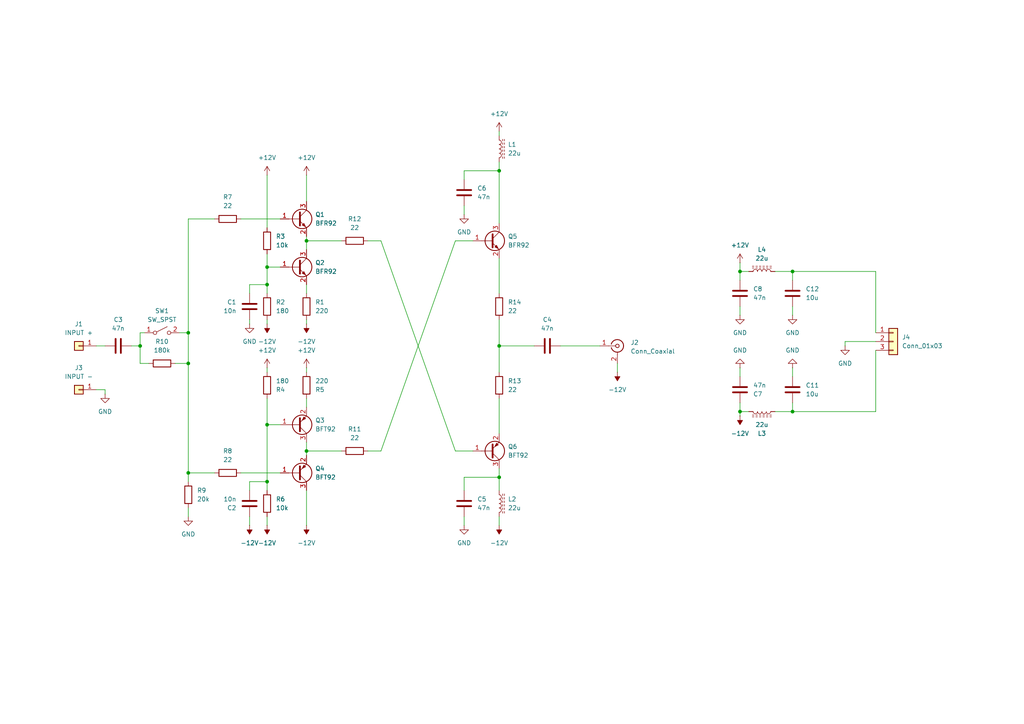
<source format=kicad_sch>
(kicad_sch (version 20250114) (generator "eeschema") (generator_version "9.0")
  (paper "A4")
  (lib_symbols
    (symbol "Connector:Conn_Coaxial" (pin_names (offset 1.016) (hide yes))
      (property "Reference" "J" (at 0.254 3.048 0))
      (property "Value" "Conn_Coaxial" (at 2.921 0 90))
      (symbol "Conn_Coaxial_0_1"
        (polyline (pts (xy -2.54 0) (xy -0.508 0)))
        (arc (start 1.778 0) (mid 0.222 -1.8079) (end -1.778 -0.508) (stroke (width 0.254)))
        (arc (start -1.778 0.508) (mid 0.2221 1.8084) (end 1.778 0) (stroke (width 0.254)))
        (circle (center 0 0) (radius 0.508) (stroke (width 0.2032)))
        (polyline (pts (xy 0 -2.54) (xy 0 -1.778)))
      )
      (symbol "Conn_Coaxial_1_1"
        (pin passive line (at -5.08 0 0) (length 2.54) (name "In") (number "1"))
        (pin passive line (at 0 -5.08 90) (length 2.54) (name "Ext") (number "2"))
      )
    )
    (symbol "Connector_Generic:Conn_01x01" (pin_names (offset 1.016) (hide yes))
      (property "Reference" "J" (at 0 2.54 0))
      (property "Value" "Conn_01x01" (at 0 -2.54 0))
      (symbol "Conn_01x01_1_1"
        (rectangle (start -1.27 1.27) (end 1.27 -1.27) (stroke (width 0.254)) (fill (type background)))
        (rectangle (start -1.27 0.127) (end 0 -0.127) (stroke (width 0.1524)))
        (pin passive line (at -5.08 0 0) (length 3.81) (name "Pin_1") (number "1"))
      )
    )
    (symbol "Connector_Generic:Conn_01x03" (pin_names (offset 1.016) (hide yes))
      (property "Reference" "J" (at 0 5.08 0))
      (property "Value" "Conn_01x03" (at 0 -5.08 0))
      (symbol "Conn_01x03_1_1"
        (rectangle (start -1.27 3.81) (end 1.27 -3.81) (stroke (width 0.254)) (fill (type background)))
        (rectangle (start -1.27 2.667) (end 0 2.413) (stroke (width 0.1524)))
        (rectangle (start -1.27 0.127) (end 0 -0.127) (stroke (width 0.1524)))
        (rectangle (start -1.27 -2.413) (end 0 -2.667) (stroke (width 0.1524)))
        (pin passive line (at -5.08 2.54 0) (length 3.81) (name "Pin_1") (number "1"))
        (pin passive line (at -5.08 0 0) (length 3.81) (name "Pin_2") (number "2"))
        (pin passive line (at -5.08 -2.54 0) (length 3.81) (name "Pin_3") (number "3"))
      )
    )
    (symbol "Device:C" (pin_numbers (hide yes)) (pin_names (offset 0.254))
      (property "Reference" "C" (at 0.635 2.54 0))
      (property "Value" "C" (at 0.635 -2.54 0))
      (symbol "C_0_1"
        (polyline (pts (xy -2.032 0.762) (xy 2.032 0.762)) (stroke (width 0.508)))
        (polyline (pts (xy -2.032 -0.762) (xy 2.032 -0.762)) (stroke (width 0.508)))
      )
      (symbol "C_1_1"
        (pin passive line (at 0 3.81 270) (length 2.794) (name "~") (number "1"))
        (pin passive line (at 0 -3.81 90) (length 2.794) (name "~") (number "2"))
      )
    )
    (symbol "Device:L_Ferrite" (pin_numbers (hide yes)) (pin_names (offset 1.016) (hide yes))
      (property "Reference" "L" (at -1.27 0 90))
      (property "Value" "L_Ferrite" (at 2.794 0 90))
      (symbol "L_Ferrite_0_1"
        (arc (start 0 2.54) (mid 0.6323 1.905) (end 0 1.27))
        (arc (start 0 1.27) (mid 0.6323 0.635) (end 0 0))
        (arc (start 0 0) (mid 0.6323 -0.635) (end 0 -1.27))
        (arc (start 0 -1.27) (mid 0.6323 -1.905) (end 0 -2.54))
        (polyline (pts (xy 1.016 2.286) (xy 1.016 2.794)))
        (polyline (pts (xy 1.016 1.27) (xy 1.016 1.778)))
        (polyline (pts (xy 1.016 0.254) (xy 1.016 0.762)))
        (polyline (pts (xy 1.016 -0.762) (xy 1.016 -0.254)))
        (polyline (pts (xy 1.016 -1.778) (xy 1.016 -1.27)))
        (polyline (pts (xy 1.016 -2.794) (xy 1.016 -2.286)))
        (polyline (pts (xy 1.524 2.794) (xy 1.524 2.286)))
        (polyline (pts (xy 1.524 1.778) (xy 1.524 1.27)))
        (polyline (pts (xy 1.524 0.762) (xy 1.524 0.254)))
        (polyline (pts (xy 1.524 -0.254) (xy 1.524 -0.762)))
        (polyline (pts (xy 1.524 -1.27) (xy 1.524 -1.778)))
        (polyline (pts (xy 1.524 -2.286) (xy 1.524 -2.794)))
      )
      (symbol "L_Ferrite_1_1"
        (pin passive line (at 0 3.81 270) (length 1.27) (name "1") (number "1"))
        (pin passive line (at 0 -3.81 90) (length 1.27) (name "2") (number "2"))
      )
    )
    (symbol "Device:R" (pin_numbers (hide yes)) (pin_names (offset 0))
      (property "Reference" "R" (at 2.032 0 90))
      (property "Value" "R" (at 0 0 90))
      (symbol "R_0_1"
        (rectangle (start -1.016 -2.54) (end 1.016 2.54) (stroke (width 0.254)))
      )
      (symbol "R_1_1"
        (pin passive line (at 0 3.81 270) (length 1.27) (name "~") (number "1"))
        (pin passive line (at 0 -3.81 90) (length 1.27) (name "~") (number "2"))
      )
    )
    (symbol "Switch:SW_SPST" (pin_names (offset 0) (hide yes))
      (property "Reference" "SW" (at 0 3.175 0))
      (property "Value" "SW_SPST" (at 0 -2.54 0))
      (symbol "SW_SPST_0_0"
        (circle (center -2.032 0) (radius 0.508))
        (polyline (pts (xy -1.524 0.254) (xy 1.524 1.778)))
        (circle (center 2.032 0) (radius 0.508))
      )
      (symbol "SW_SPST_1_1"
        (pin passive line (at -5.08 0 0) (length 2.54) (name "A") (number "1"))
        (pin passive line (at 5.08 0 180) (length 2.54) (name "B") (number "2"))
      )
    )
    (symbol "Transistor_BJT:BFR92" (pin_names (offset 0) (hide yes))
      (property "Reference" "Q" (at 5.08 1.905 0))
      (property "Value" "BFR92" (at 5.08 0 0))
      (symbol "BFR92_0_1"
        (polyline (pts (xy -2.54 0) (xy 0.635 0)))
        (polyline (pts (xy 0.635 1.905) (xy 0.635 -1.905)) (stroke (width 0.508)))
        (circle (center 1.27 0) (radius 2.8194) (stroke (width 0.254)))
      )
      (symbol "BFR92_1_1"
        (polyline (pts (xy 0.635 0.635) (xy 2.54 2.54)))
        (polyline (pts (xy 0.635 -0.635) (xy 2.54 -2.54)))
        (polyline (pts (xy 1.27 -1.778) (xy 1.778 -1.27) (xy 2.286 -2.286) (xy 1.27 -1.778)) (fill (type outline)))
        (pin input line (at -5.08 0 0) (length 2.54) (name "B") (number "1"))
        (pin passive line (at 2.54 5.08 270) (length 2.54) (name "C") (number "3"))
        (pin passive line (at 2.54 -5.08 90) (length 2.54) (name "E") (number "2"))
      )
    )
    (symbol "Transistor_BJT:BFT92" (pin_names (offset 0) (hide yes))
      (property "Reference" "Q" (at 5.08 1.905 0))
      (property "Value" "BFT92" (at 5.08 0 0))
      (symbol "BFT92_0_1"
        (polyline (pts (xy -2.54 0) (xy 0.635 0)))
        (polyline (pts (xy 0.635 1.905) (xy 0.635 -1.905)) (stroke (width 0.508)))
        (polyline (pts (xy 0.635 0.635) (xy 2.54 2.54)))
        (polyline (pts (xy 0.635 -0.635) (xy 2.54 -2.54)))
        (circle (center 1.27 0) (radius 2.8194) (stroke (width 0.254)))
        (polyline (pts (xy 2.286 -1.778) (xy 1.778 -2.286) (xy 1.27 -1.27) (xy 2.286 -1.778)) (fill (type outline)))
      )
      (symbol "BFT92_1_1"
        (pin input line (at -5.08 0 0) (length 2.54) (name "B") (number "1"))
        (pin passive line (at 2.54 5.08 270) (length 2.54) (name "C") (number "3"))
        (pin passive line (at 2.54 -5.08 90) (length 2.54) (name "E") (number "2"))
      )
    )
    (symbol "power:+12V" (power) (pin_numbers (hide yes)) (pin_names (offset 0) (hide yes))
      (property "Value" "+12V" (at 0 3.556 0))
      (symbol "+12V_0_1"
        (polyline (pts (xy -0.762 1.27) (xy 0 2.54)))
        (polyline (pts (xy 0 2.54) (xy 0.762 1.27)))
        (polyline (pts (xy 0 0) (xy 0 2.54)))
      )
      (symbol "+12V_1_1"
        (pin power_in line (at 0 0 90) (length 0) (name "~") (number "1"))
      )
    )
    (symbol "power:-12V" (power) (pin_numbers (hide yes)) (pin_names (offset 0) (hide yes))
      (property "Value" "-12V" (at 0 3.556 0))
      (symbol "-12V_0_0"
        (pin power_in line (at 0 0 90) (length 0) (name "~") (number "1"))
      )
      (symbol "-12V_0_1"
        (polyline (pts (xy 0 0) (xy 0 1.27) (xy 0.762 1.27) (xy 0 2.54) (xy -0.762 1.27) (xy 0 1.27)) (fill (type outline)))
      )
    )
    (symbol "power:GND" (power) (pin_numbers (hide yes)) (pin_names (offset 0) (hide yes))
      (property "Value" "GND" (at 0 -3.81 0))
      (symbol "GND_0_1"
        (polyline (pts (xy 0 0) (xy 0 -1.27) (xy 1.27 -1.27) (xy 0 -2.54) (xy -1.27 -1.27) (xy 0 -1.27)))
      )
      (symbol "GND_1_1"
        (pin power_in line (at 0 0 270) (length 0) (name "~") (number "1"))
      )
    )
  )
  (junction (at 214.63 78.74))
  (junction (at 77.47 139.7))
  (junction (at 54.61 96.52))
  (junction (at 214.63 119.38))
  (junction (at 40.64 100.33))
  (junction (at 229.87 78.74))
  (junction (at 77.47 77.47))
  (junction (at 77.47 123.19))
  (junction (at 54.61 137.16))
  (junction (at 229.87 119.38))
  (junction (at 88.9 69.85))
  (junction (at 144.78 49.53))
  (junction (at 54.61 105.41))
  (junction (at 77.47 82.55))
  (junction (at 144.78 138.43))
  (junction (at 88.9 130.81))
  (junction (at 144.78 100.33))
  (wire (pts (xy 77.47 149.86) (xy 77.47 152.4)))
  (wire (pts (xy 54.61 96.52) (xy 54.61 105.41)))
  (wire (pts (xy 245.11 99.06) (xy 254 99.06)))
  (wire (pts (xy 40.64 105.41) (xy 43.18 105.41)))
  (wire (pts (xy 134.62 142.24) (xy 134.62 138.43)))
  (wire (pts (xy 224.79 78.74) (xy 229.87 78.74)))
  (wire (pts (xy 254 101.6) (xy 254 119.38)))
  (wire (pts (xy 154.94 100.33) (xy 144.78 100.33)))
  (wire (pts (xy 214.63 76.2) (xy 214.63 78.74)))
  (wire (pts (xy 144.78 138.43) (xy 144.78 135.89)))
  (wire (pts (xy 52.07 96.52) (xy 54.61 96.52)))
  (wire (pts (xy 54.61 63.5) (xy 54.61 96.52)))
  (wire (pts (xy 77.47 77.47) (xy 81.28 77.47)))
  (wire (pts (xy 134.62 62.23) (xy 134.62 59.69)))
  (wire (pts (xy 88.9 107.95) (xy 88.9 106.68)))
  (wire (pts (xy 144.78 38.1) (xy 144.78 39.37)))
  (wire (pts (xy 214.63 120.65) (xy 214.63 119.38)))
  (wire (pts (xy 214.63 91.44) (xy 214.63 88.9)))
  (wire (pts (xy 88.9 92.71) (xy 88.9 93.98)))
  (wire (pts (xy 72.39 149.86) (xy 72.39 152.4)))
  (wire (pts (xy 27.94 100.33) (xy 30.48 100.33)))
  (wire (pts (xy 88.9 68.58) (xy 88.9 69.85)))
  (wire (pts (xy 137.16 130.81) (xy 132.08 130.81)))
  (wire (pts (xy 144.78 152.4) (xy 144.78 149.86)))
  (wire (pts (xy 77.47 123.19) (xy 77.47 139.7)))
  (wire (pts (xy 88.9 118.11) (xy 88.9 115.57)))
  (wire (pts (xy 72.39 139.7) (xy 77.47 139.7)))
  (wire (pts (xy 77.47 115.57) (xy 77.47 123.19)))
  (wire (pts (xy 62.23 63.5) (xy 54.61 63.5)))
  (wire (pts (xy 134.62 138.43) (xy 144.78 138.43)))
  (wire (pts (xy 54.61 137.16) (xy 54.61 139.7)))
  (wire (pts (xy 229.87 78.74) (xy 254 78.74)))
  (wire (pts (xy 132.08 69.85) (xy 137.16 69.85)))
  (wire (pts (xy 88.9 82.55) (xy 88.9 85.09)))
  (wire (pts (xy 77.47 123.19) (xy 81.28 123.19)))
  (wire (pts (xy 72.39 82.55) (xy 72.39 85.09)))
  (wire (pts (xy 162.56 100.33) (xy 173.99 100.33)))
  (wire (pts (xy 144.78 49.53) (xy 144.78 64.77)))
  (wire (pts (xy 88.9 142.24) (xy 88.9 152.4)))
  (wire (pts (xy 72.39 82.55) (xy 77.47 82.55)))
  (wire (pts (xy 54.61 137.16) (xy 62.23 137.16)))
  (wire (pts (xy 229.87 119.38) (xy 254 119.38)))
  (wire (pts (xy 229.87 78.74) (xy 229.87 81.28)))
  (wire (pts (xy 214.63 106.68) (xy 214.63 109.22)))
  (wire (pts (xy 40.64 100.33) (xy 40.64 105.41)))
  (wire (pts (xy 229.87 116.84) (xy 229.87 119.38)))
  (wire (pts (xy 40.64 96.52) (xy 40.64 100.33)))
  (wire (pts (xy 69.85 137.16) (xy 81.28 137.16)))
  (wire (pts (xy 54.61 147.32) (xy 54.61 149.86)))
  (wire (pts (xy 214.63 78.74) (xy 217.17 78.74)))
  (wire (pts (xy 144.78 115.57) (xy 144.78 125.73)))
  (wire (pts (xy 27.94 113.03) (xy 30.48 113.03)))
  (wire (pts (xy 77.47 77.47) (xy 77.47 82.55)))
  (wire (pts (xy 134.62 52.07) (xy 134.62 49.53)))
  (wire (pts (xy 134.62 152.4) (xy 134.62 149.86)))
  (wire (pts (xy 229.87 106.68) (xy 229.87 109.22)))
  (wire (pts (xy 30.48 113.03) (xy 30.48 114.3)))
  (wire (pts (xy 88.9 130.81) (xy 88.9 132.08)))
  (wire (pts (xy 144.78 100.33) (xy 144.78 107.95)))
  (wire (pts (xy 144.78 142.24) (xy 144.78 138.43)))
  (wire (pts (xy 110.49 69.85) (xy 106.68 69.85)))
  (wire (pts (xy 88.9 69.85) (xy 88.9 72.39)))
  (wire (pts (xy 132.08 130.81) (xy 110.49 69.85)))
  (wire (pts (xy 77.47 107.95) (xy 77.47 106.68)))
  (wire (pts (xy 88.9 50.8) (xy 88.9 58.42)))
  (wire (pts (xy 72.39 142.24) (xy 72.39 139.7)))
  (wire (pts (xy 214.63 119.38) (xy 217.17 119.38)))
  (wire (pts (xy 229.87 88.9) (xy 229.87 91.44)))
  (wire (pts (xy 41.91 96.52) (xy 40.64 96.52)))
  (wire (pts (xy 245.11 100.33) (xy 245.11 99.06)))
  (wire (pts (xy 54.61 105.41) (xy 54.61 137.16)))
  (wire (pts (xy 214.63 81.28) (xy 214.63 78.74)))
  (wire (pts (xy 214.63 116.84) (xy 214.63 119.38)))
  (wire (pts (xy 77.47 92.71) (xy 77.47 93.98)))
  (wire (pts (xy 88.9 128.27) (xy 88.9 130.81)))
  (wire (pts (xy 77.47 73.66) (xy 77.47 77.47)))
  (wire (pts (xy 144.78 46.99) (xy 144.78 49.53)))
  (wire (pts (xy 77.47 139.7) (xy 77.47 142.24)))
  (wire (pts (xy 50.8 105.41) (xy 54.61 105.41)))
  (wire (pts (xy 110.49 130.81) (xy 132.08 69.85)))
  (wire (pts (xy 72.39 92.71) (xy 72.39 93.98)))
  (wire (pts (xy 38.1 100.33) (xy 40.64 100.33)))
  (wire (pts (xy 77.47 50.8) (xy 77.47 66.04)))
  (wire (pts (xy 254 96.52) (xy 254 78.74)))
  (wire (pts (xy 69.85 63.5) (xy 81.28 63.5)))
  (wire (pts (xy 134.62 49.53) (xy 144.78 49.53)))
  (wire (pts (xy 77.47 82.55) (xy 77.47 85.09)))
  (wire (pts (xy 88.9 130.81) (xy 99.06 130.81)))
  (wire (pts (xy 106.68 130.81) (xy 110.49 130.81)))
  (wire (pts (xy 179.07 105.41) (xy 179.07 107.95)))
  (wire (pts (xy 224.79 119.38) (xy 229.87 119.38)))
  (wire (pts (xy 144.78 85.09) (xy 144.78 74.93)))
  (wire (pts (xy 88.9 69.85) (xy 99.06 69.85)))
  (wire (pts (xy 144.78 92.71) (xy 144.78 100.33)))
  (symbol (lib_id "Device:C") (at 229.87 85.09 0) (unit 1)
    (property "Reference" "C12" (at 233.68 83.8199 0) (effects (justify left)))
    (property "Value" "10u" (at 233.68 86.3599 0) (effects (justify left)))
    (property "Description" "Unpolarized capacitor" (effects (hide yes)))
  )
  (symbol (lib_id "Device:C") (at 72.39 146.05 180) (unit 1)
    (property "Reference" "C2" (at 68.58 147.3201 0) (effects (justify left)))
    (property "Value" "10n" (at 68.58 144.7801 0) (effects (justify left)))
    (property "Description" "Unpolarized capacitor" (effects (hide yes)))
  )
  (symbol (lib_id "Transistor_BJT:BFT92") (at 142.24 130.81 0) (mirror x) (unit 1)
    (property "Reference" "Q6" (at 147.32 129.5399 0) (effects (justify left)))
    (property "Value" "BFT92" (at 147.32 132.0799 0) (effects (justify left)))
    (property "Footprint" "Package_TO_SOT_SMD:SOT-23" (effects (hide yes)))
    (property "Datasheet" "https://assets.nexperia.com/documents/data-sheet/BFT92_CNV.pdf" (effects (hide yes)))
    (property "Description" "0.025A Ic, 15V Vce, 5GHz Wideband PNP Transistor, SOT-23" (effects (hide yes)))
  )
  (symbol (lib_id "power:-12V") (at 88.9 93.98 180) (unit 1)
    (property "Reference" "#PWR05" (effects (hide yes)))
    (property "Value" "-12V" (at 88.9 99.06 0))
    (property "Description" "Power symbol creates a global label with name \"-12V\"" (effects (hide yes)))
  )
  (symbol (lib_id "Device:R") (at 88.9 111.76 0) (mirror x) (unit 1)
    (property "Reference" "R5" (at 91.44 113.0301 0) (effects (justify left)))
    (property "Value" "220" (at 91.44 110.4901 0) (effects (justify left)))
    (property "Description" "Resistor" (effects (hide yes)))
  )
  (symbol (lib_id "Switch:SW_SPST") (at 46.99 96.52 0) (unit 1)
    (property "Reference" "SW1" (at 46.99 90.17 0))
    (property "Value" "SW_SPST" (at 46.99 92.71 0))
    (property "Description" "Single Pole Single Throw (SPST) switch" (effects (hide yes)))
  )
  (symbol (lib_id "Device:C") (at 229.87 113.03 0) (unit 1)
    (property "Reference" "C11" (at 233.68 111.7599 0) (effects (justify left)))
    (property "Value" "10u" (at 233.68 114.2999 0) (effects (justify left)))
    (property "Description" "Unpolarized capacitor" (effects (hide yes)))
  )
  (symbol (lib_id "power:GND") (at 134.62 152.4 0) (unit 1)
    (property "Reference" "#PWR013" (effects (hide yes)))
    (property "Value" "GND" (at 134.62 157.48 0))
    (property "Description" "Power symbol creates a global label with name \"GND\" , ground" (effects (hide yes)))
  )
  (symbol (lib_id "power:GND") (at 54.61 149.86 0) (unit 1)
    (property "Reference" "#PWR011" (effects (hide yes)))
    (property "Value" "GND" (at 54.61 154.94 0))
    (property "Description" "Power symbol creates a global label with name \"GND\" , ground" (effects (hide yes)))
  )
  (symbol (lib_id "Transistor_BJT:BFR92") (at 86.36 77.47 0) (unit 1)
    (property "Reference" "Q2" (at 91.44 76.1999 0) (effects (justify left)))
    (property "Value" "BFR92" (at 91.44 78.7399 0) (effects (justify left)))
    (property "Footprint" "Package_TO_SOT_SMD:SOT-323_SC-70" (effects (hide yes)))
    (property "Datasheet" "https://assets.nexperia.com/documents/data-sheet/BFR92A_N.pdf" (effects (hide yes)))
    (property "Description" "0.025A Ic, 15V Vce, 5GHz Wideband NPN Transistor, SOT-323" (effects (hide yes)))
  )
  (symbol (lib_id "power:-12V") (at 88.9 152.4 180) (unit 1)
    (property "Reference" "#PWR010" (effects (hide yes)))
    (property "Value" "-12V" (at 88.9 157.48 0))
    (property "Description" "Power symbol creates a global label with name \"-12V\"" (effects (hide yes)))
  )
  (symbol (lib_id "Connector:Conn_Coaxial") (at 179.07 100.33 0) (unit 1)
    (property "Reference" "J2" (at 182.88 99.3531 0) (effects (justify left)))
    (property "Value" "Conn_Coaxial" (at 182.88 101.8931 0) (effects (justify left)))
    (property "Description" "coaxial connector (BNC, SMA, SMB, SMC, Cinch/RCA, LEMO, ...)" (effects (hide yes)))
  )
  (symbol (lib_id "Connector_Generic:Conn_01x03") (at 259.08 99.06 0) (unit 1)
    (property "Reference" "J4" (at 261.62 97.7899 0) (effects (justify left)))
    (property "Value" "Conn_01x03" (at 261.62 100.3299 0) (effects (justify left)))
    (property "Description" "Generic connector, single row, 01x03, script generated (kicad-library-utils/schlib/autogen/connector/)" (effects (hide yes)))
  )
  (symbol (lib_id "power:+12V") (at 77.47 106.68 0) (unit 1)
    (property "Reference" "#PWR09" (effects (hide yes)))
    (property "Value" "+12V" (at 77.47 101.6 0))
    (property "Description" "Power symbol creates a global label with name \"+12V\"" (effects (hide yes)))
  )
  (symbol (lib_id "power:-12V") (at 179.07 107.95 180) (unit 1)
    (property "Reference" "#PWR020" (effects (hide yes)))
    (property "Value" "-12V" (at 179.07 113.03 0))
    (property "Description" "Power symbol creates a global label with name \"-12V\"" (effects (hide yes)))
  )
  (symbol (lib_id "Device:R") (at 77.47 88.9 0) (unit 1)
    (property "Reference" "R2" (at 80.01 87.6299 0) (effects (justify left)))
    (property "Value" "180" (at 80.01 90.1699 0) (effects (justify left)))
    (property "Description" "Resistor" (effects (hide yes)))
  )
  (symbol (lib_id "power:-12V") (at 214.63 120.65 0) (mirror x) (unit 1)
    (property "Reference" "#PWR019" (effects (hide yes)))
    (property "Value" "-12V" (at 214.63 125.73 0))
    (property "Description" "Power symbol creates a global label with name \"-12V\"" (effects (hide yes)))
  )
  (symbol (lib_id "Connector_Generic:Conn_01x01") (at 22.86 100.33 180) (unit 1)
    (property "Reference" "J1" (at 22.86 93.98 0))
    (property "Value" "INPUT +" (at 22.86 96.52 0))
    (property "Description" "Generic connector, single row, 01x01, script generated (kicad-library-utils/schlib/autogen/connector/)" (effects (hide yes)))
  )
  (symbol (lib_id "power:-12V") (at 77.47 93.98 180) (unit 1)
    (property "Reference" "#PWR04" (effects (hide yes)))
    (property "Value" "-12V" (at 77.47 99.06 0))
    (property "Description" "Power symbol creates a global label with name \"-12V\"" (effects (hide yes)))
  )
  (symbol (lib_id "power:-12V") (at 77.47 152.4 180) (unit 1)
    (property "Reference" "#PWR07" (effects (hide yes)))
    (property "Value" "-12V" (at 77.47 157.48 0))
    (property "Description" "Power symbol creates a global label with name \"-12V\"" (effects (hide yes)))
  )
  (symbol (lib_id "power:GND") (at 245.11 100.33 0) (unit 1)
    (property "Reference" "#PWR027" (effects (hide yes)))
    (property "Value" "GND" (at 245.11 105.41 0))
    (property "Description" "Power symbol creates a global label with name \"GND\" , ground" (effects (hide yes)))
  )
  (symbol (lib_id "Device:R") (at 102.87 130.81 90) (unit 1)
    (property "Reference" "R11" (at 102.87 124.46 90))
    (property "Value" "22" (at 102.87 127 90))
    (property "Description" "Resistor" (effects (hide yes)))
  )
  (symbol (lib_id "Device:R") (at 102.87 69.85 90) (unit 1)
    (property "Reference" "R12" (at 102.87 63.5 90))
    (property "Value" "22" (at 102.87 66.04 90))
    (property "Description" "Resistor" (effects (hide yes)))
  )
  (symbol (lib_id "Device:C") (at 134.62 55.88 180) (unit 1)
    (property "Reference" "C6" (at 138.43 54.6099 0) (effects (justify right)))
    (property "Value" "47n" (at 138.43 57.1499 0) (effects (justify right)))
    (property "Description" "Unpolarized capacitor" (effects (hide yes)))
  )
  (symbol (lib_id "Device:L_Ferrite") (at 144.78 43.18 0) (unit 1)
    (property "Reference" "L1" (at 147.32 41.9099 0) (effects (justify left)))
    (property "Value" "22u" (at 147.32 44.4499 0) (effects (justify left)))
    (property "Description" "Inductor with ferrite core" (effects (hide yes)))
  )
  (symbol (lib_id "power:GND") (at 229.87 106.68 180) (unit 1)
    (property "Reference" "#PWR026" (effects (hide yes)))
    (property "Value" "GND" (at 229.87 101.6 0))
    (property "Description" "Power symbol creates a global label with name \"GND\" , ground" (effects (hide yes)))
  )
  (symbol (lib_id "Device:R") (at 54.61 143.51 180) (unit 1)
    (property "Reference" "R9" (at 57.15 142.2399 0) (effects (justify right)))
    (property "Value" "20k" (at 57.15 144.7799 0) (effects (justify right)))
    (property "Description" "Resistor" (effects (hide yes)))
  )
  (symbol (lib_id "Transistor_BJT:BFR92") (at 142.24 69.85 0) (unit 1)
    (property "Reference" "Q5" (at 147.32 68.5799 0) (effects (justify left)))
    (property "Value" "BFR92" (at 147.32 71.1199 0) (effects (justify left)))
    (property "Footprint" "Package_TO_SOT_SMD:SOT-323_SC-70" (effects (hide yes)))
    (property "Datasheet" "https://assets.nexperia.com/documents/data-sheet/BFR92A_N.pdf" (effects (hide yes)))
    (property "Description" "0.025A Ic, 15V Vce, 5GHz Wideband NPN Transistor, SOT-323" (effects (hide yes)))
  )
  (symbol (lib_id "Device:R") (at 77.47 69.85 0) (unit 1)
    (property "Reference" "R3" (at 80.01 68.5799 0) (effects (justify left)))
    (property "Value" "10k" (at 80.01 71.1199 0) (effects (justify left)))
    (property "Description" "Resistor" (effects (hide yes)))
  )
  (symbol (lib_id "power:-12V") (at 144.78 152.4 180) (unit 1)
    (property "Reference" "#PWR012" (effects (hide yes)))
    (property "Value" "-12V" (at 144.78 157.48 0))
    (property "Description" "Power symbol creates a global label with name \"-12V\"" (effects (hide yes)))
  )
  (symbol (lib_id "power:GND") (at 134.62 62.23 0) (unit 1)
    (property "Reference" "#PWR014" (effects (hide yes)))
    (property "Value" "GND" (at 134.62 67.31 0))
    (property "Description" "Power symbol creates a global label with name \"GND\" , ground" (effects (hide yes)))
  )
  (symbol (lib_id "Device:R") (at 46.99 105.41 90) (unit 1)
    (property "Reference" "R10" (at 46.99 99.06 90))
    (property "Value" "180k" (at 46.99 101.6 90))
    (property "Description" "Resistor" (effects (hide yes)))
  )
  (symbol (lib_id "Device:R") (at 66.04 63.5 90) (unit 1)
    (property "Reference" "R7" (at 66.04 57.15 90))
    (property "Value" "22" (at 66.04 59.69 90))
    (property "Description" "Resistor" (effects (hide yes)))
  )
  (symbol (lib_id "power:-12V") (at 72.39 152.4 180) (unit 1)
    (property "Reference" "#PWR06" (effects (hide yes)))
    (property "Value" "-12V" (at 72.39 157.48 0))
    (property "Description" "Power symbol creates a global label with name \"-12V\"" (effects (hide yes)))
  )
  (symbol (lib_id "Device:R") (at 77.47 111.76 0) (mirror x) (unit 1)
    (property "Reference" "R4" (at 80.01 113.0301 0) (effects (justify left)))
    (property "Value" "180" (at 80.01 110.4901 0) (effects (justify left)))
    (property "Description" "Resistor" (effects (hide yes)))
  )
  (symbol (lib_id "power:+12V") (at 88.9 50.8 0) (unit 1)
    (property "Reference" "#PWR03" (effects (hide yes)))
    (property "Value" "+12V" (at 88.9 45.72 0))
    (property "Description" "Power symbol creates a global label with name \"+12V\"" (effects (hide yes)))
  )
  (symbol (lib_id "power:+12V") (at 88.9 106.68 0) (unit 1)
    (property "Reference" "#PWR08" (effects (hide yes)))
    (property "Value" "+12V" (at 88.9 101.6 0))
    (property "Description" "Power symbol creates a global label with name \"+12V\"" (effects (hide yes)))
  )
  (symbol (lib_id "Device:R") (at 77.47 146.05 0) (unit 1)
    (property "Reference" "R6" (at 80.01 144.7799 0) (effects (justify left)))
    (property "Value" "10k" (at 80.01 147.3199 0) (effects (justify left)))
    (property "Description" "Resistor" (effects (hide yes)))
  )
  (symbol (lib_id "Device:R") (at 88.9 88.9 0) (unit 1)
    (property "Reference" "R1" (at 91.44 87.6299 0) (effects (justify left)))
    (property "Value" "220" (at 91.44 90.1699 0) (effects (justify left)))
    (property "Description" "Resistor" (effects (hide yes)))
  )
  (symbol (lib_id "power:+12V") (at 214.63 76.2 0) (unit 1)
    (property "Reference" "#PWR018" (effects (hide yes)))
    (property "Value" "+12V" (at 214.63 71.12 0))
    (property "Description" "Power symbol creates a global label with name \"+12V\"" (effects (hide yes)))
  )
  (symbol (lib_id "Device:L_Ferrite") (at 220.98 78.74 90) (unit 1)
    (property "Reference" "L4" (at 220.98 72.39 90))
    (property "Value" "22u" (at 220.98 74.93 90))
    (property "Description" "Inductor with ferrite core" (effects (hide yes)))
  )
  (symbol (lib_id "Device:R") (at 144.78 111.76 180) (unit 1)
    (property "Reference" "R13" (at 147.32 110.4899 0) (effects (justify right)))
    (property "Value" "22" (at 147.32 113.0299 0) (effects (justify right)))
    (property "Description" "Resistor" (effects (hide yes)))
  )
  (symbol (lib_id "power:GND") (at 214.63 91.44 0) (unit 1)
    (property "Reference" "#PWR017" (effects (hide yes)))
    (property "Value" "GND" (at 214.63 96.52 0))
    (property "Description" "Power symbol creates a global label with name \"GND\" , ground" (effects (hide yes)))
  )
  (symbol (lib_id "power:GND") (at 30.48 114.3 0) (unit 1)
    (property "Reference" "#PWR029" (effects (hide yes)))
    (property "Value" "GND" (at 30.48 119.38 0))
    (property "Description" "Power symbol creates a global label with name \"GND\" , ground" (effects (hide yes)))
  )
  (symbol (lib_id "Device:R") (at 66.04 137.16 90) (unit 1)
    (property "Reference" "R8" (at 66.04 130.81 90))
    (property "Value" "22" (at 66.04 133.35 90))
    (property "Description" "Resistor" (effects (hide yes)))
  )
  (symbol (lib_id "Device:C") (at 214.63 85.09 180) (unit 1)
    (property "Reference" "C8" (at 218.44 83.8199 0) (effects (justify right)))
    (property "Value" "47n" (at 218.44 86.3599 0) (effects (justify right)))
    (property "Description" "Unpolarized capacitor" (effects (hide yes)))
  )
  (symbol (lib_id "Transistor_BJT:BFR92") (at 86.36 63.5 0) (unit 1)
    (property "Reference" "Q1" (at 91.44 62.2299 0) (effects (justify left)))
    (property "Value" "BFR92" (at 91.44 64.7699 0) (effects (justify left)))
    (property "Footprint" "Package_TO_SOT_SMD:SOT-323_SC-70" (effects (hide yes)))
    (property "Datasheet" "https://assets.nexperia.com/documents/data-sheet/BFR92A_N.pdf" (effects (hide yes)))
    (property "Description" "0.025A Ic, 15V Vce, 5GHz Wideband NPN Transistor, SOT-323" (effects (hide yes)))
  )
  (symbol (lib_id "Device:R") (at 144.78 88.9 180) (unit 1)
    (property "Reference" "R14" (at 147.32 87.6299 0) (effects (justify right)))
    (property "Value" "22" (at 147.32 90.1699 0) (effects (justify right)))
    (property "Description" "Resistor" (effects (hide yes)))
  )
  (symbol (lib_id "Device:L_Ferrite") (at 144.78 146.05 0) (unit 1)
    (property "Reference" "L2" (at 147.32 144.7799 0) (effects (justify left)))
    (property "Value" "22u" (at 147.32 147.3199 0) (effects (justify left)))
    (property "Description" "Inductor with ferrite core" (effects (hide yes)))
  )
  (symbol (lib_id "Device:C") (at 158.75 100.33 90) (unit 1)
    (property "Reference" "C4" (at 158.75 92.71 90))
    (property "Value" "47n" (at 158.75 95.25 90))
    (property "Description" "Unpolarized capacitor" (effects (hide yes)))
  )
  (symbol (lib_id "Transistor_BJT:BFT92") (at 86.36 123.19 0) (mirror x) (unit 1)
    (property "Reference" "Q3" (at 91.44 121.9199 0) (effects (justify left)))
    (property "Value" "BFT92" (at 91.44 124.4599 0) (effects (justify left)))
    (property "Footprint" "Package_TO_SOT_SMD:SOT-23" (effects (hide yes)))
    (property "Datasheet" "https://assets.nexperia.com/documents/data-sheet/BFT92_CNV.pdf" (effects (hide yes)))
    (property "Description" "0.025A Ic, 15V Vce, 5GHz Wideband PNP Transistor, SOT-23" (effects (hide yes)))
  )
  (symbol (lib_id "Transistor_BJT:BFT92") (at 86.36 137.16 0) (mirror x) (unit 1)
    (property "Reference" "Q4" (at 91.44 135.8899 0) (effects (justify left)))
    (property "Value" "BFT92" (at 91.44 138.4299 0) (effects (justify left)))
    (property "Footprint" "Package_TO_SOT_SMD:SOT-23" (effects (hide yes)))
    (property "Datasheet" "https://assets.nexperia.com/documents/data-sheet/BFT92_CNV.pdf" (effects (hide yes)))
    (property "Description" "0.025A Ic, 15V Vce, 5GHz Wideband PNP Transistor, SOT-23" (effects (hide yes)))
  )
  (symbol (lib_id "Device:C") (at 134.62 146.05 180) (unit 1)
    (property "Reference" "C5" (at 138.43 144.7799 0) (effects (justify right)))
    (property "Value" "47n" (at 138.43 147.3199 0) (effects (justify right)))
    (property "Description" "Unpolarized capacitor" (effects (hide yes)))
  )
  (symbol (lib_id "power:+12V") (at 77.47 50.8 0) (unit 1)
    (property "Reference" "#PWR02" (effects (hide yes)))
    (property "Value" "+12V" (at 77.47 45.72 0))
    (property "Description" "Power symbol creates a global label with name \"+12V\"" (effects (hide yes)))
  )
  (symbol (lib_id "Device:C") (at 214.63 113.03 0) (mirror y) (unit 1)
    (property "Reference" "C7" (at 218.44 114.3001 0) (effects (justify right)))
    (property "Value" "47n" (at 218.44 111.7601 0) (effects (justify right)))
    (property "Description" "Unpolarized capacitor" (effects (hide yes)))
  )
  (symbol (lib_id "Device:L_Ferrite") (at 220.98 119.38 90) (mirror x) (unit 1)
    (property "Reference" "L3" (at 220.98 125.73 90))
    (property "Value" "22u" (at 220.98 123.19 90))
    (property "Description" "Inductor with ferrite core" (effects (hide yes)))
  )
  (symbol (lib_id "power:GND") (at 72.39 93.98 0) (unit 1)
    (property "Reference" "#PWR01" (effects (hide yes)))
    (property "Value" "GND" (at 72.39 99.06 0))
    (property "Description" "Power symbol creates a global label with name \"GND\" , ground" (effects (hide yes)))
  )
  (symbol (lib_id "power:GND") (at 214.63 106.68 0) (mirror x) (unit 1)
    (property "Reference" "#PWR016" (effects (hide yes)))
    (property "Value" "GND" (at 214.63 101.6 0))
    (property "Description" "Power symbol creates a global label with name \"GND\" , ground" (effects (hide yes)))
  )
  (symbol (lib_id "Device:C") (at 34.29 100.33 90) (unit 1)
    (property "Reference" "C3" (at 34.29 92.71 90))
    (property "Value" "47n" (at 34.29 95.25 90))
    (property "Description" "Unpolarized capacitor" (effects (hide yes)))
  )
  (symbol (lib_id "power:+12V") (at 144.78 38.1 0) (unit 1)
    (property "Reference" "#PWR015" (effects (hide yes)))
    (property "Value" "+12V" (at 144.78 33.02 0))
    (property "Description" "Power symbol creates a global label with name \"+12V\"" (effects (hide yes)))
  )
  (symbol (lib_id "power:GND") (at 229.87 91.44 0) (unit 1)
    (property "Reference" "#PWR025" (effects (hide yes)))
    (property "Value" "GND" (at 229.87 96.52 0))
    (property "Description" "Power symbol creates a global label with name \"GND\" , ground" (effects (hide yes)))
  )
  (symbol (lib_id "Connector_Generic:Conn_01x01") (at 22.86 113.03 180) (unit 1)
    (property "Reference" "J3" (at 22.86 106.68 0))
    (property "Value" "INPUT -" (at 22.86 109.22 0))
    (property "Description" "Generic connector, single row, 01x01, script generated (kicad-library-utils/schlib/autogen/connector/)" (effects (hide yes)))
  )
  (symbol (lib_id "Device:C") (at 72.39 88.9 0) (mirror y) (unit 1)
    (property "Reference" "C1" (at 68.58 87.6299 0) (effects (justify left)))
    (property "Value" "10n" (at 68.58 90.1699 0) (effects (justify left)))
    (property "Description" "Unpolarized capacitor" (effects (hide yes)))
  )
)
</source>
